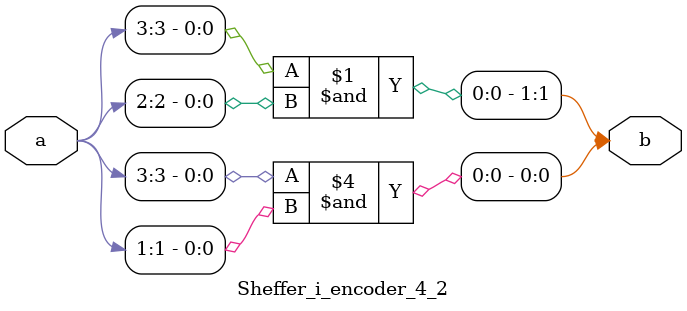
<source format=v>
module Sheffer_i_encoder_4_2
(
input wire [3:0] a,
output wire [1:0] b
);

assign b[1]=~(~(a[3]&a[2])),
       b[0]=~(~(a[3]&a[1]));
 
endmodule

</source>
